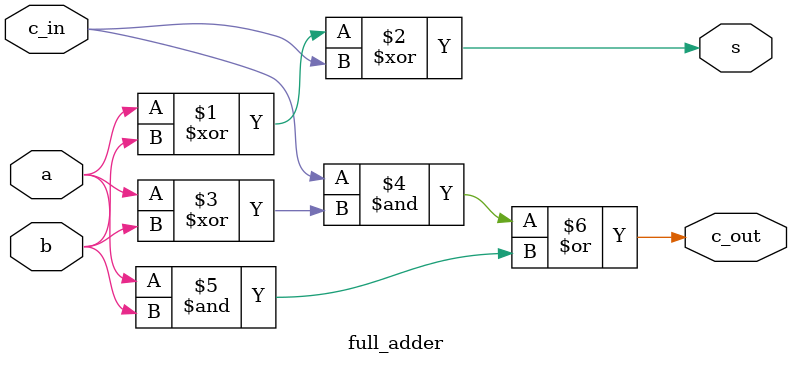
<source format=sv>
module full_adder(input logic a, b, c_in,
                  output logic s, c_out);

  assign s = (a ^ b) ^ c_in;
  assign c_out = (c_in & (a ^ b)) | (a & b);
  
endmodule
</source>
